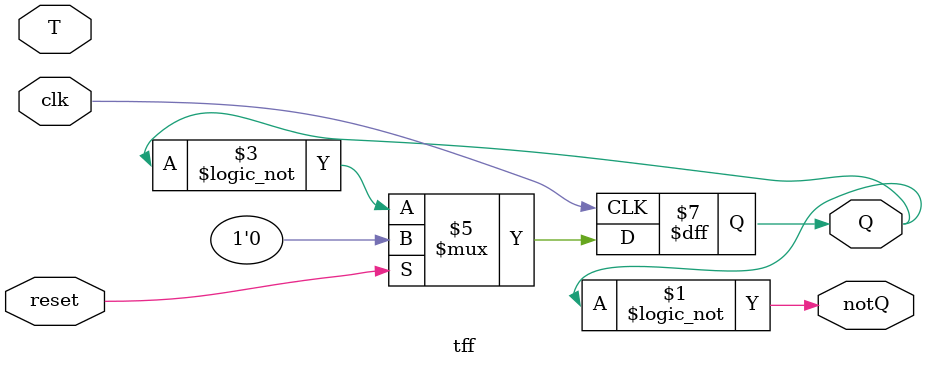
<source format=v>
module tff(clk, reset, T, Q, notQ);

input [0:0] clk, reset, T;
output reg [0:0] Q, notQ;

assign notQ = !Q;

always @(posedge clk) begin
    if(reset) Q <= 0;
    else
        Q <= !Q;
end

endmodule
</source>
